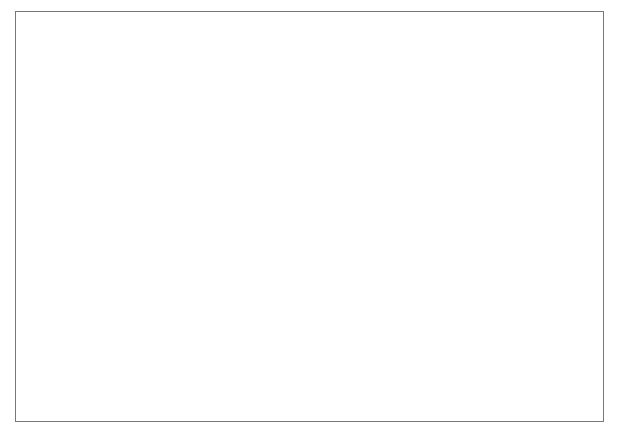
<source format=gbr>
%TF.GenerationSoftware,KiCad,Pcbnew,(5.99.0-9830-g9acf5e365a)*%
%TF.CreationDate,2021-04-09T09:54:32+02:00*%
%TF.ProjectId,Power Supply Control Board SG3525,506f7765-7220-4537-9570-706c7920436f,V 2.0*%
%TF.SameCoordinates,Original*%
%TF.FileFunction,Profile,NP*%
%FSLAX46Y46*%
G04 Gerber Fmt 4.6, Leading zero omitted, Abs format (unit mm)*
G04 Created by KiCad (PCBNEW (5.99.0-9830-g9acf5e365a)) date 2021-04-09 09:54:32*
%MOMM*%
%LPD*%
G01*
G04 APERTURE LIST*
%TA.AperFunction,Profile*%
%ADD10C,0.100000*%
%TD*%
G04 APERTURE END LIST*
D10*
X102108000Y-92250000D02*
X102108000Y-127000000D01*
X151892000Y-127000000D02*
X151892000Y-92250000D01*
X102108000Y-127000000D02*
X151892000Y-127000000D01*
X151892000Y-92250000D02*
X102108000Y-92250000D01*
M02*

</source>
